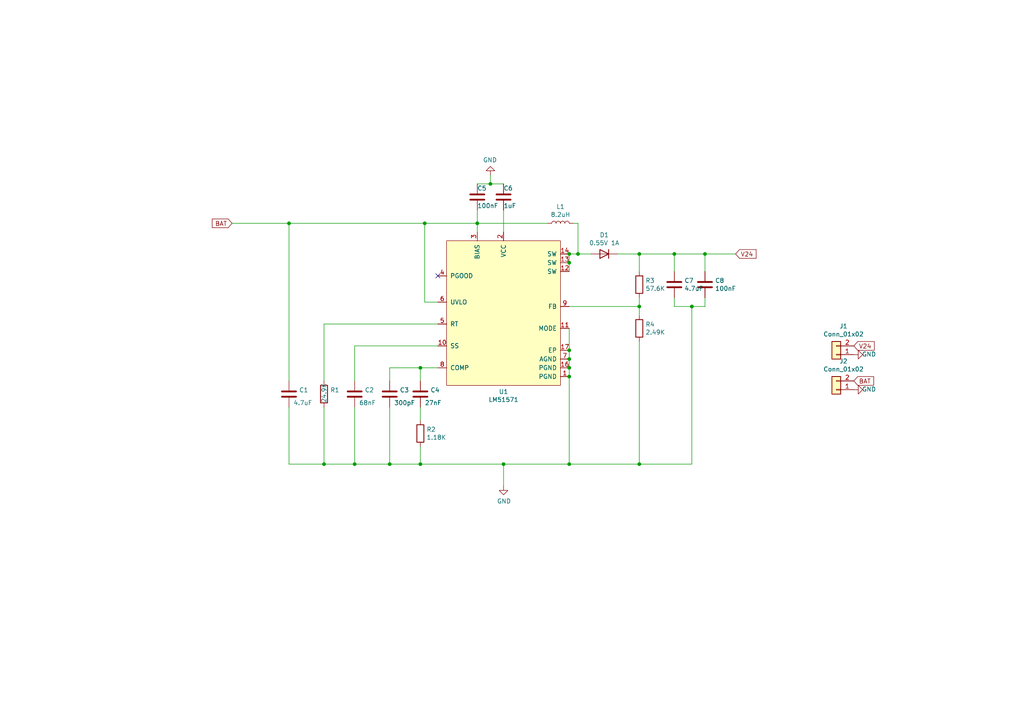
<source format=kicad_sch>
(kicad_sch (version 20211123) (generator eeschema)
  (paper "A4")
  (lib_symbols
    (symbol "Connector_Generic:Conn_01x02" (pin_names (offset 1.016) hide)
      (property "Reference" "J" (at 0 2.54 0))
      (property "Value" "Conn_01x02" (at 0 -5.08 0))
      (symbol "Conn_01x02_1_1"
        (rectangle (start -1.27 -2.413) (end 0 -2.667) (stroke (width 0.1524)))
        (rectangle (start -1.27 0.127) (end 0 -0.127) (stroke (width 0.1524)))
        (rectangle (start -1.27 1.27) (end 1.27 -3.81) (stroke (width 0.254)) (fill (type background)))
        (pin passive line (at -5.08 0 0) (length 3.81) (name "Pin_1") (number "1"))
        (pin passive line (at -5.08 -2.54 0) (length 3.81) (name "Pin_2") (number "2"))
      )
    )
    (symbol "Device:C" (pin_numbers hide) (pin_names (offset 0.254))
      (property "Reference" "C" (at 0.635 2.54 0))
      (property "Value" "C" (at 0.635 -2.54 0))
      (symbol "C_0_1"
        (polyline (pts (xy -2.032 -0.762) (xy 2.032 -0.762)) (stroke (width 0.508)))
        (polyline (pts (xy -2.032 0.762) (xy 2.032 0.762)) (stroke (width 0.508)))
      )
      (symbol "C_1_1"
        (pin passive line (at 0 3.81 270) (length 2.794) (name "~") (number "1"))
        (pin passive line (at 0 -3.81 90) (length 2.794) (name "~") (number "2"))
      )
    )
    (symbol "Device:D" (pin_numbers hide) (pin_names (offset 1.016) hide)
      (property "Reference" "D" (at 0 2.54 0))
      (property "Value" "D" (at 0 -2.54 0))
      (symbol "D_0_1"
        (polyline (pts (xy -1.27 1.27) (xy -1.27 -1.27)) (stroke (width 0.254)))
        (polyline (pts (xy 1.27 0) (xy -1.27 0)))
        (polyline (pts (xy 1.27 1.27) (xy 1.27 -1.27) (xy -1.27 0) (xy 1.27 1.27)) (stroke (width 0.254)))
      )
      (symbol "D_1_1"
        (pin passive line (at -3.81 0 0) (length 2.54) (name "K") (number "1"))
        (pin passive line (at 3.81 0 180) (length 2.54) (name "A") (number "2"))
      )
    )
    (symbol "Device:L" (pin_numbers hide) (pin_names (offset 1.016) hide)
      (property "Reference" "L" (at -1.27 0 90))
      (property "Value" "L" (at 1.905 0 90))
      (symbol "L_0_1"
        (arc (start 0 -2.54) (mid 0.635 -1.905) (end 0 -1.27))
        (arc (start 0 -1.27) (mid 0.635 -0.635) (end 0 0))
        (arc (start 0 0) (mid 0.635 0.635) (end 0 1.27))
        (arc (start 0 1.27) (mid 0.635 1.905) (end 0 2.54))
      )
      (symbol "L_1_1"
        (pin passive line (at 0 3.81 270) (length 1.27) (name "1") (number "1"))
        (pin passive line (at 0 -3.81 90) (length 1.27) (name "2") (number "2"))
      )
    )
    (symbol "Device:R" (pin_numbers hide) (pin_names (offset 0))
      (property "Reference" "R" (at 2.032 0 90))
      (property "Value" "R" (at 0 0 90))
      (symbol "R_0_1"
        (rectangle (start -1.016 -2.54) (end 1.016 2.54) (stroke (width 0.254)))
      )
      (symbol "R_1_1"
        (pin passive line (at 0 3.81 270) (length 1.27) (name "~") (number "1"))
        (pin passive line (at 0 -3.81 90) (length 1.27) (name "~") (number "2"))
      )
    )
    (symbol "LM51571:LM51571" (pin_names (offset 1.016))
      (property "Reference" "U" (at 0 33.02 0))
      (property "Value" "LM51571" (at 0 33.02 0))
      (symbol "LM51571_0_1"
        (rectangle (start -16.51 21.59) (end 16.51 -20.32) (fill (type background)))
      )
      (symbol "LM51571_1_1"
        (pin input line (at 19.05 -17.78 180) (length 2.54) (name "PGND") (number "1"))
        (pin input line (at -19.05 -8.89 0) (length 2.54) (name "SS") (number "10"))
        (pin input line (at 19.05 -3.81 180) (length 2.54) (name "MODE") (number "11"))
        (pin input line (at 19.05 12.7 180) (length 2.54) (name "SW") (number "12"))
        (pin input line (at 19.05 15.24 180) (length 2.54) (name "SW") (number "13"))
        (pin input line (at 19.05 17.78 180) (length 2.54) (name "SW") (number "14"))
        (pin no_connect line (at 0 2.54 0) (length 2.54) hide (name "NC") (number "15"))
        (pin input line (at 19.05 -15.24 180) (length 2.54) (name "PGND") (number "16"))
        (pin input line (at 19.05 -10.16 180) (length 2.54) (name "EP") (number "17"))
        (pin input line (at 0 24.13 270) (length 2.54) (name "VCC") (number "2"))
        (pin input line (at -7.62 24.13 270) (length 2.54) (name "BIAS") (number "3"))
        (pin input line (at -19.05 11.43 0) (length 2.54) (name "PGOOD") (number "4"))
        (pin input line (at -19.05 -2.54 0) (length 2.54) (name "RT") (number "5"))
        (pin input line (at -19.05 3.81 0) (length 2.54) (name "UVLO") (number "6"))
        (pin input line (at 19.05 -12.7 180) (length 2.54) (name "AGND") (number "7"))
        (pin input line (at -19.05 -15.24 0) (length 2.54) (name "COMP") (number "8"))
        (pin input line (at 19.05 2.54 180) (length 2.54) (name "FB") (number "9"))
      )
    )
    (symbol "power:GND" (power) (pin_names (offset 0))
      (property "Value" "GND" (at 0 -3.81 0))
      (symbol "GND_0_1"
        (polyline (pts (xy 0 0) (xy 0 -1.27) (xy 1.27 -1.27) (xy 0 -2.54) (xy -1.27 -1.27) (xy 0 -1.27)))
      )
      (symbol "GND_1_1"
        (pin power_in line (at 0 0 270) (length 0) hide (name "GND") (number "1"))
      )
    )
  )
  (junction (at 165.1 73.66))
  (junction (at 185.42 73.66))
  (junction (at 165.1 104.14))
  (junction (at 165.1 106.68))
  (junction (at 102.87 134.62))
  (junction (at 200.66 88.9))
  (junction (at 165.1 134.62))
  (junction (at 138.43 64.77))
  (junction (at 121.92 134.62))
  (junction (at 167.64 73.66))
  (junction (at 195.58 73.66))
  (junction (at 204.47 73.66))
  (junction (at 146.05 134.62))
  (junction (at 185.42 88.9))
  (junction (at 185.42 134.62))
  (junction (at 165.1 76.2))
  (junction (at 83.82 64.77))
  (junction (at 121.92 106.68))
  (junction (at 113.03 134.62))
  (junction (at 165.1 109.22))
  (junction (at 165.1 101.6))
  (junction (at 93.98 134.62))
  (junction (at 142.24 53.34))
  (junction (at 123.19 64.77))
  (no_connect (at 127 80.01))
  (wire (pts (xy 185.42 73.66) (xy 185.42 78.74)))
  (wire (pts (xy 102.87 100.33) (xy 102.87 110.49)))
  (wire (pts (xy 185.42 86.36) (xy 185.42 88.9)))
  (wire (pts (xy 185.42 88.9) (xy 185.42 91.44)))
  (wire (pts (xy 200.66 88.9) (xy 204.47 88.9)))
  (wire (pts (xy 195.58 78.74) (xy 195.58 73.66)))
  (wire (pts (xy 165.1 134.62) (xy 146.05 134.62)))
  (wire (pts (xy 127 87.63) (xy 123.19 87.63)))
  (wire (pts (xy 185.42 134.62) (xy 165.1 134.62)))
  (wire (pts (xy 204.47 73.66) (xy 213.36 73.66)))
  (wire (pts (xy 121.92 118.11) (xy 121.92 121.92)))
  (wire (pts (xy 127 106.68) (xy 121.92 106.68)))
  (wire (pts (xy 179.07 73.66) (xy 185.42 73.66)))
  (wire (pts (xy 83.82 64.77) (xy 67.31 64.77)))
  (wire (pts (xy 113.03 118.11) (xy 113.03 134.62)))
  (wire (pts (xy 127 93.98) (xy 93.98 93.98)))
  (wire (pts (xy 165.1 101.6) (xy 165.1 104.14)))
  (wire (pts (xy 195.58 86.36) (xy 195.58 88.9)))
  (wire (pts (xy 93.98 93.98) (xy 93.98 110.49)))
  (wire (pts (xy 93.98 134.62) (xy 102.87 134.62)))
  (wire (pts (xy 165.1 106.68) (xy 165.1 109.22)))
  (wire (pts (xy 200.66 134.62) (xy 185.42 134.62)))
  (wire (pts (xy 142.24 53.34) (xy 146.05 53.34)))
  (wire (pts (xy 83.82 118.11) (xy 83.82 134.62)))
  (wire (pts (xy 138.43 64.77) (xy 123.19 64.77)))
  (wire (pts (xy 195.58 73.66) (xy 204.47 73.66)))
  (wire (pts (xy 113.03 134.62) (xy 121.92 134.62)))
  (wire (pts (xy 195.58 88.9) (xy 200.66 88.9)))
  (wire (pts (xy 185.42 99.06) (xy 185.42 134.62)))
  (wire (pts (xy 138.43 64.77) (xy 158.75 64.77)))
  (wire (pts (xy 165.1 95.25) (xy 165.1 101.6)))
  (wire (pts (xy 121.92 129.54) (xy 121.92 134.62)))
  (wire (pts (xy 121.92 106.68) (xy 113.03 106.68)))
  (wire (pts (xy 121.92 134.62) (xy 146.05 134.62)))
  (wire (pts (xy 121.92 106.68) (xy 121.92 110.49)))
  (wire (pts (xy 93.98 118.11) (xy 93.98 134.62)))
  (wire (pts (xy 146.05 60.96) (xy 146.05 67.31)))
  (wire (pts (xy 123.19 87.63) (xy 123.19 64.77)))
  (wire (pts (xy 102.87 118.11) (xy 102.87 134.62)))
  (wire (pts (xy 165.1 76.2) (xy 165.1 78.74)))
  (wire (pts (xy 165.1 73.66) (xy 165.1 76.2)))
  (wire (pts (xy 165.1 109.22) (xy 165.1 134.62)))
  (wire (pts (xy 138.43 53.34) (xy 142.24 53.34)))
  (wire (pts (xy 83.82 110.49) (xy 83.82 64.77)))
  (wire (pts (xy 113.03 106.68) (xy 113.03 110.49)))
  (wire (pts (xy 185.42 73.66) (xy 195.58 73.66)))
  (wire (pts (xy 102.87 134.62) (xy 113.03 134.62)))
  (wire (pts (xy 200.66 88.9) (xy 200.66 134.62)))
  (wire (pts (xy 166.37 64.77) (xy 167.64 64.77)))
  (wire (pts (xy 167.64 64.77) (xy 167.64 73.66)))
  (wire (pts (xy 138.43 67.31) (xy 138.43 64.77)))
  (wire (pts (xy 165.1 104.14) (xy 165.1 106.68)))
  (wire (pts (xy 127 100.33) (xy 102.87 100.33)))
  (wire (pts (xy 146.05 134.62) (xy 146.05 140.97)))
  (wire (pts (xy 142.24 50.8) (xy 142.24 53.34)))
  (wire (pts (xy 138.43 60.96) (xy 138.43 64.77)))
  (wire (pts (xy 204.47 88.9) (xy 204.47 86.36)))
  (wire (pts (xy 167.64 73.66) (xy 171.45 73.66)))
  (wire (pts (xy 123.19 64.77) (xy 83.82 64.77)))
  (wire (pts (xy 165.1 73.66) (xy 167.64 73.66)))
  (wire (pts (xy 204.47 73.66) (xy 204.47 78.74)))
  (wire (pts (xy 165.1 88.9) (xy 185.42 88.9)))
  (wire (pts (xy 83.82 134.62) (xy 93.98 134.62)))
  (global_label "V24" (shape input) (at 213.36 73.66 0) (property "Intersheet References" "${INTERSHEET_REFS}" (effects hide)))
  (global_label "BAT" (shape input) (at 67.31 64.77 180) (property "Intersheet References" "${INTERSHEET_REFS}" (effects hide)))
  (global_label "BAT" (shape input) (at 247.65 110.49 0) (property "Intersheet References" "${INTERSHEET_REFS}" (effects hide)))
  (global_label "V24" (shape input) (at 247.65 100.33 0) (property "Intersheet References" "${INTERSHEET_REFS}" (effects hide)))
  (symbol (lib_id "LM51571:LM51571") (at 146.05 91.44 0) (unit 1)
    (property "Reference" "U1" (at 146.05 113.6142 0))
    (property "Value" "LM51571" (at 146.05 115.9256 0))
    (property "Footprint" "Package_DFN_QFN:WQFN-16-1EP_3x3mm_P0.5mm_EP1.6x1.6mm_ThermalVias" (effects hide))
  )
  (symbol (lib_id "Device:C") (at 83.82 114.3 0) (unit 1)
    (property "Reference" "C1" (at 86.741 113.1316 0) (effects (justify left)))
    (property "Value" "4.7uF" (at 85.09 116.84 0) (effects (justify left)))
    (property "Footprint" "Capacitor_SMD:C_0603_1608Metric" (effects hide))
  )
  (symbol (lib_id "Device:C") (at 138.43 57.15 0) (unit 1)
    (property "Reference" "C5" (at 138.43 54.61 0) (effects (justify left)))
    (property "Value" "100nF" (at 138.43 59.69 0) (effects (justify left)))
    (property "Footprint" "Capacitor_SMD:C_0402_1005Metric" (effects hide))
  )
  (symbol (lib_id "Device:C") (at 146.05 57.15 0) (unit 1)
    (property "Reference" "C6" (at 146.05 54.61 0) (effects (justify left)))
    (property "Value" "1uF" (at 146.05 59.69 0) (effects (justify left)))
    (property "Footprint" "Capacitor_SMD:C_0603_1608Metric" (effects hide))
  )
  (symbol (lib_id "Device:R") (at 93.98 114.3 0) (unit 1)
    (property "Reference" "R1" (at 95.758 113.1316 0) (effects (justify left)))
    (property "Value" "24.9K" (at 93.98 116.84 90) (effects (justify left)))
    (property "Footprint" "Resistor_SMD:R_0402_1005Metric" (effects hide))
  )
  (symbol (lib_id "Device:C") (at 102.87 114.3 0) (unit 1)
    (property "Reference" "C2" (at 105.791 113.1316 0) (effects (justify left)))
    (property "Value" "68nF" (at 104.14 116.84 0) (effects (justify left)))
    (property "Footprint" "Capacitor_SMD:C_0402_1005Metric" (effects hide))
  )
  (symbol (lib_id "Device:C") (at 113.03 114.3 0) (unit 1)
    (property "Reference" "C3" (at 115.951 113.1316 0) (effects (justify left)))
    (property "Value" "300pF" (at 114.3 116.84 0) (effects (justify left)))
    (property "Footprint" "Capacitor_SMD:C_0402_1005Metric" (effects hide))
  )
  (symbol (lib_id "Device:C") (at 121.92 114.3 0) (unit 1)
    (property "Reference" "C4" (at 124.841 113.1316 0) (effects (justify left)))
    (property "Value" "27nF" (at 123.19 116.84 0) (effects (justify left)))
    (property "Footprint" "Capacitor_SMD:C_0402_1005Metric" (effects hide))
  )
  (symbol (lib_id "Device:R") (at 121.92 125.73 0) (unit 1)
    (property "Reference" "R2" (at 123.698 124.5616 0) (effects (justify left)))
    (property "Value" "1.18K" (at 123.698 126.873 0) (effects (justify left)))
    (property "Footprint" "Resistor_SMD:R_0402_1005Metric" (effects hide))
  )
  (symbol (lib_id "Device:L") (at 162.56 64.77 90) (unit 1)
    (property "Reference" "L1" (at 162.56 59.944 90))
    (property "Value" "8.2uH" (at 162.56 62.2554 90))
    (property "Footprint" "Inductor_SMD:L_Coilcraft_XxL4020" (effects hide))
  )
  (symbol (lib_id "Device:D") (at 175.26 73.66 180) (unit 1)
    (property "Reference" "D1" (at 175.26 68.1482 0))
    (property "Value" "0.55V 1A" (at 175.26 70.4596 0))
    (property "Footprint" "Diode_SMD:D_0603_1608Metric" (effects hide))
  )
  (symbol (lib_id "Device:R") (at 185.42 82.55 0) (unit 1)
    (property "Reference" "R3" (at 187.198 81.3816 0) (effects (justify left)))
    (property "Value" "57.6K" (at 187.198 83.693 0) (effects (justify left)))
    (property "Footprint" "Resistor_SMD:R_0402_1005Metric" (effects hide))
  )
  (symbol (lib_id "Device:R") (at 185.42 95.25 0) (unit 1)
    (property "Reference" "R4" (at 187.198 94.0816 0) (effects (justify left)))
    (property "Value" "2.49K" (at 187.198 96.393 0) (effects (justify left)))
    (property "Footprint" "Resistor_SMD:R_0402_1005Metric" (effects hide))
  )
  (symbol (lib_id "Device:C") (at 204.47 82.55 0) (unit 1)
    (property "Reference" "C8" (at 207.391 81.3816 0) (effects (justify left)))
    (property "Value" "100nF" (at 207.391 83.693 0) (effects (justify left)))
    (property "Footprint" "Capacitor_SMD:C_0402_1005Metric" (effects hide))
  )
  (symbol (lib_id "Device:C") (at 195.58 82.55 0) (unit 1)
    (property "Reference" "C7" (at 198.501 81.3816 0) (effects (justify left)))
    (property "Value" "4.7uF" (at 198.501 83.693 0) (effects (justify left)))
    (property "Footprint" "Capacitor_SMD:C_0603_1608Metric" (effects hide))
  )
  (symbol (lib_id "power:GND") (at 146.05 140.97 0) (unit 1)
    (property "Reference" "#PWR02" (effects hide))
    (property "Value" "GND" (at 146.177 145.3642 0))
  )
  (symbol (lib_id "power:GND") (at 142.24 50.8 180) (unit 1)
    (property "Reference" "#PWR01" (effects hide))
    (property "Value" "GND" (at 142.113 46.4058 0))
  )
  (symbol (lib_id "Connector_Generic:Conn_01x02") (at 242.57 113.03 180) (unit 1)
    (property "Reference" "J2" (at 244.6528 104.775 0))
    (property "Value" "Conn_01x02" (at 244.6528 107.0864 0))
    (property "Footprint" "Connector_PinHeader_2.54mm:PinHeader_1x02_P2.54mm_Vertical" (effects hide))
  )
  (symbol (lib_id "Connector_Generic:Conn_01x02") (at 242.57 102.87 180) (unit 1)
    (property "Reference" "J1" (at 244.6528 94.615 0))
    (property "Value" "Conn_01x02" (at 244.6528 96.9264 0))
    (property "Footprint" "Connector_PinHeader_2.54mm:PinHeader_1x02_P2.54mm_Vertical" (effects hide))
  )
  (symbol (lib_id "power:GND") (at 247.65 102.87 90) (unit 1)
    (property "Reference" "#PWR0101" (effects hide))
    (property "Value" "GND" (at 252.0442 102.743 90))
  )
  (symbol (lib_id "power:GND") (at 247.65 113.03 90) (unit 1)
    (property "Reference" "#PWR0102" (effects hide))
    (property "Value" "GND" (at 252.0442 112.903 90))
  )
)
</source>
